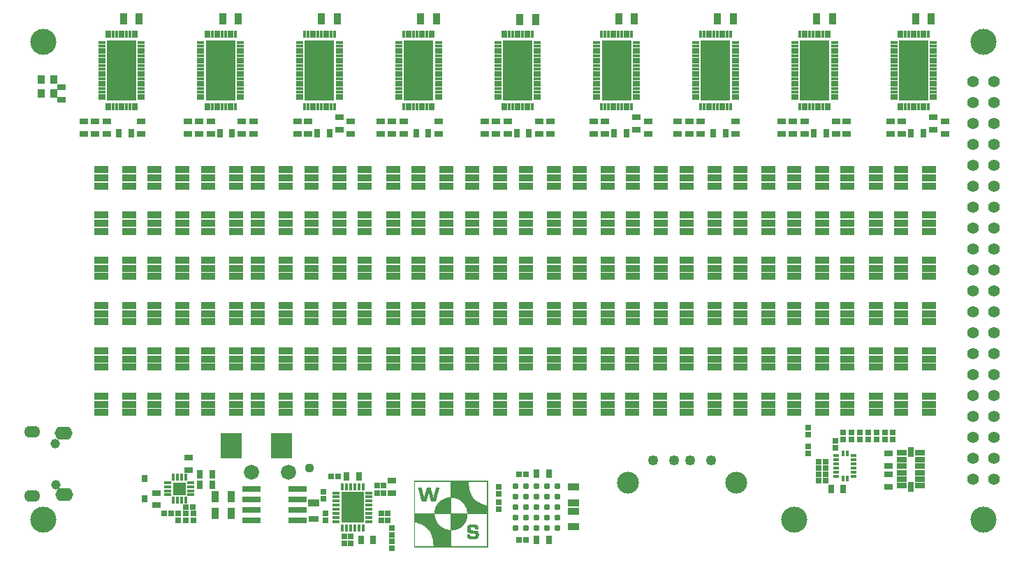
<source format=gbr>
%FSTAX24Y24*%
%MOIN*%
%IN MASK1.GBR *%
%ADD10C,0.0010*%
%ADD11C,0.0308*%
%ADD12C,0.0440*%
%ADD13C,0.0454*%
%ADD14C,0.0493*%
%ADD15C,0.0560*%
%ADD16C,0.0720*%
%ADD17C,0.1044*%
%ADD18C,0.1241*%
%ADD19O,0.0769X0.0552*%
%ADD20O,0.0847X0.0631*%
%ADD21R,0.0139X0.0336*%
%ADD22R,0.0158X0.0336*%
%ADD23R,0.0178X0.0296*%
%ADD24R,0.0277X0.0296*%
%ADD25R,0.0277X0.0513*%
%ADD26R,0.0296X0.0178*%
%ADD27R,0.0296X0.0277*%
%ADD28R,0.0296X0.0375*%
%ADD29R,0.0296X0.0414*%
%ADD30R,0.0336X0.0139*%
%ADD31R,0.0336X0.0158*%
%ADD32R,0.0336X0.0572*%
%ADD33R,0.0375X0.0414*%
%ADD34R,0.0414X0.0296*%
%ADD35R,0.0512X0.0276*%
%ADD36R,0.0513X0.0277*%
%ADD37R,0.0572X0.0336*%
%ADD38R,0.0631X0.0631*%
%ADD39R,0.0690X0.0336*%
%ADD40R,0.0860X0.0310*%
%ADD41R,0.1005X0.1202*%
%ADD42R,0.1103X0.1497*%
%ADD43R,0.1418X0.2867*%
D39*X006693Y010039D03*Y009646D03*Y009252D03*X008031D03*Y009646D03*
Y010039D03*D29*X010394Y020433D03*X009803D03*X005591D03*X005D03*D39*
X037205Y010039D03*Y009646D03*Y009252D03*X038543D03*Y009646D03*
Y010039D03*D24*X016043Y000846D03*Y001181D03*X017815Y002264D03*
Y001929D03*X008169D03*Y002264D03*D39*X009252Y018701D03*Y018307D03*
Y017913D03*X010591D03*Y018307D03*Y018701D03*D34*X008307Y004921D03*
Y004331D03*D39*X009252Y010039D03*Y009646D03*Y009252D03*X010591D03*
Y009646D03*Y010039D03*X019291Y018701D03*Y018307D03*Y017913D03*
X02063D03*Y018307D03*Y018701D03*X042323Y01437D03*Y013976D03*Y013583D03*
X043661D03*Y013976D03*Y01437D03*X029528Y012205D03*Y011811D03*
Y011417D03*X030866D03*Y011811D03*Y012205D03*X009252D03*Y011811D03*
Y011417D03*X010591D03*Y011811D03*Y012205D03*D34*X039213Y020984D03*
Y020394D03*D39*X014173Y007874D03*Y00748D03*Y007087D03*X015512D03*
Y00748D03*Y007874D03*X019291D03*Y00748D03*Y007087D03*X02063D03*
Y00748D03*Y007874D03*X016732Y010039D03*Y009646D03*Y009252D03*
X018071D03*Y009646D03*Y010039D03*X029488Y007874D03*Y00748D03*
Y007087D03*X030827D03*Y00748D03*Y007874D03*X019291Y012205D03*
Y011811D03*Y011417D03*X02063D03*Y011811D03*Y012205D03*D18*
X001378Y024803D03*D24*X014764Y002953D03*Y003287D03*D34*
X003858Y020984D03*Y020394D03*D33*X001299Y022323D03*Y023012D03*
X00187D03*Y022323D03*D39*X02185Y010039D03*Y009646D03*Y009252D03*
X023189D03*Y009646D03*Y010039D03*D30*X020236Y022087D03*Y023504D03*
Y023661D03*Y023819D03*Y023976D03*Y024134D03*Y024291D03*Y024449D03*
Y024606D03*Y024764D03*D21*X02Y025157D03*D30*X020236Y022244D03*D21*
X019843Y025157D03*X019685D03*X019528D03*X01937D03*X019213D03*
X019055D03*X018898D03*X01874D03*X018583D03*D30*X018346Y024764D03*
X020236Y022402D03*X018346Y024606D03*Y024449D03*Y024291D03*Y024134D03*
Y023976D03*Y023819D03*Y023661D03*Y023504D03*Y023346D03*Y023189D03*
X020236Y022559D03*X018346Y023031D03*Y022874D03*Y022717D03*Y022559D03*
Y022402D03*Y022244D03*Y022087D03*D21*X018583Y021693D03*X01874D03*
X018898D03*D30*X020236Y022717D03*D21*X019055Y021693D03*X019213D03*
X01937D03*X019528D03*X019685D03*X019843D03*X02D03*D30*
X020236Y022874D03*Y023031D03*Y023189D03*Y023346D03*D43*
X019291Y023425D03*D24*X014862Y002264D03*Y001929D03*D39*
X039764Y01437D03*Y013976D03*Y013583D03*X041102D03*Y013976D03*Y01437D03*
X019291Y016535D03*Y016142D03*Y015748D03*X02063D03*Y016142D03*
Y016535D03*X024409Y012205D03*Y011811D03*Y011417D03*X025748D03*
Y011811D03*Y012205D03*X011614Y01437D03*Y013976D03*Y013583D03*
X012953D03*Y013976D03*Y01437D03*X006693D03*Y013976D03*Y013583D03*
X008031D03*Y013976D03*Y01437D03*D13*X001969Y003642D03*X001949Y00561D03*
D20*X002382Y00315D03*X002362Y006102D03*D19*X000866Y003091D03*
Y006161D03*D39*X006693Y016535D03*Y016142D03*Y015748D03*X008031D03*
Y016142D03*Y016535D03*D29*X033937Y020433D03*X033346D03*D34*
X006791Y003248D03*Y002657D03*D39*X032087Y01437D03*Y013976D03*
Y013583D03*X033425D03*Y013976D03*Y01437D03*D32*X014665Y025886D03*
X015413D03*D29*X024917Y00415D03*X025508D03*D24*X018012Y000591D03*
Y000925D03*Y00124D03*Y001575D03*D35*X014272Y002008D03*D37*Y002756D03*
D39*X02185Y018701D03*Y018307D03*Y017913D03*X023189D03*Y018307D03*
Y018701D03*D27*X024409Y000984D03*X024075D03*D31*X016929Y00187D03*D22*
X016437Y003543D03*X01624D03*X016043D03*X015846D03*X01565D03*D31*
X015354Y003248D03*Y003051D03*Y002854D03*Y002657D03*Y002461D03*
X016929Y002067D03*X015354Y002264D03*Y002067D03*Y00187D03*D22*
X01565Y001575D03*X015846D03*X016043D03*X01624D03*X016437D03*X016634D03*
D42*X016142Y002559D03*D31*X016929Y002264D03*Y002461D03*Y002657D03*
Y002854D03*Y003051D03*Y003248D03*D22*X016634Y003543D03*D30*
X015512Y022087D03*Y023504D03*Y023661D03*Y023819D03*Y023976D03*
Y024134D03*Y024291D03*Y024449D03*Y024606D03*Y024764D03*D21*
X015276Y025157D03*D30*X015512Y022244D03*D21*X015118Y025157D03*
X014961D03*X014803D03*X014646D03*X014488D03*X014331D03*X014173D03*
X014016D03*X013858D03*D30*X013622Y024764D03*X015512Y022402D03*
X013622Y024606D03*Y024449D03*Y024291D03*Y024134D03*Y023976D03*
Y023819D03*Y023661D03*Y023504D03*Y023346D03*Y023189D03*
X015512Y022559D03*X013622Y023031D03*Y022874D03*Y022717D03*Y022559D03*
Y022402D03*Y022244D03*Y022087D03*D21*X013858Y021693D03*X014016D03*
X014173D03*D30*X015512Y022717D03*D21*X014331Y021693D03*X014488D03*
X014646D03*X014803D03*X014961D03*X015118D03*X015276D03*D30*
X015512Y022874D03*Y023031D03*Y023189D03*Y023346D03*D43*
X014567Y023425D03*D24*X037894Y005118D03*Y005453D03*D39*
X034646Y010039D03*Y009646D03*Y009252D03*X035984D03*Y009646D03*
Y010039D03*X014173Y012205D03*Y011811D03*Y011417D03*X015512D03*
Y011811D03*Y012205D03*D24*X007815Y002264D03*Y001929D03*D34*
X037165Y020984D03*Y020394D03*D39*X034646Y016535D03*Y016142D03*
Y015748D03*X035984D03*Y016142D03*Y016535D03*X011614Y007874D03*
Y00748D03*Y007087D03*X012953D03*Y00748D03*Y007874D03*D24*
X040748Y005807D03*Y006142D03*X039961Y005807D03*Y006142D03*D30*
X010787Y022087D03*Y023504D03*Y023661D03*Y023819D03*Y023976D03*
Y024134D03*Y024291D03*Y024449D03*Y024606D03*Y024764D03*D21*
X010551Y025157D03*D30*X010787Y022244D03*D21*X010394Y025157D03*
X010236D03*X010079D03*X009921D03*X009764D03*X009606D03*X009449D03*
X009291D03*X009134D03*D30*X008898Y024764D03*X010787Y022402D03*
X008898Y024606D03*Y024449D03*Y024291D03*Y024134D03*Y023976D03*
Y023819D03*Y023661D03*Y023504D03*Y023346D03*Y023189D03*
X010787Y022559D03*X008898Y023031D03*Y022874D03*Y022717D03*Y022559D03*
Y022402D03*Y022244D03*Y022087D03*D21*X009134Y021693D03*X009291D03*
X009449D03*D30*X010787Y022717D03*D21*X009606Y021693D03*X009764D03*
X009921D03*X010079D03*X010236D03*X010394D03*X010551D03*D30*
X010787Y022874D03*Y023031D03*Y023189D03*Y023346D03*D43*
X009843Y023425D03*D39*X02185Y016535D03*Y016142D03*Y015748D03*
X023189D03*Y016142D03*Y016535D03*X02185Y01437D03*Y013976D03*Y013583D03*
X023189D03*Y013976D03*Y01437D03*D40*X013503Y001921D03*Y002421D03*
Y002921D03*Y003421D03*X011303D03*Y002921D03*Y002421D03*Y001921D03*D39*
X026969Y007874D03*Y00748D03*Y007087D03*X028307D03*Y00748D03*Y007874D03*
D15*X04576Y003886D03*X04676Y007886D03*X04576Y008886D03*X04676D03*
X04576Y009886D03*X04676D03*X04576Y010886D03*X04676D03*X04576Y011886D03*
X04676D03*X04576Y012886D03*X04676Y003886D03*Y012886D03*
X04576Y013886D03*X04676D03*X04576Y014886D03*X04676D03*X04576Y015886D03*
X04676D03*X04576Y016886D03*X04676D03*X04576Y017886D03*X04576Y004886D03*
X04676Y017886D03*X04576Y018886D03*X04676D03*X04576Y019886D03*X04676D03*
X04576Y020886D03*X04676D03*X04576Y021886D03*X04676D03*X04576Y022886D03*
X04676Y004886D03*Y022886D03*X04576Y005886D03*X04676D03*
X04576Y006886D03*X04676D03*X04576Y007886D03*D18*X04626Y001969D03*
X037205D03*X04626Y024803D03*D34*X018583Y020394D03*Y020984D03*D39*
X039764Y010039D03*Y009646D03*Y009252D03*X041102D03*Y009646D03*
Y010039D03*D29*X024917Y001D03*X025508D03*D34*X025039Y020984D03*
Y020394D03*D39*X024409Y01437D03*Y013976D03*Y013583D03*X025748D03*
Y013976D03*Y01437D03*D34*X006063Y020984D03*Y020394D03*X037717D03*
Y020984D03*X034409D03*Y020394D03*X003307Y020984D03*Y020394D03*D24*
X01752Y002264D03*Y001929D03*D39*X042323Y018701D03*Y018307D03*
Y017913D03*X043661D03*Y018307D03*Y018701D03*D29*X03874Y020433D03*
X03815D03*D39*X032087Y012205D03*Y011811D03*Y011417D03*X033425D03*
Y011811D03*Y012205D03*X016732Y016535D03*Y016142D03*Y015748D03*
X018071D03*Y016142D03*Y016535D03*D34*X031654Y020984D03*Y020394D03*D39*
X034646Y012205D03*Y011811D03*Y011417D03*X035984D03*Y011811D03*
Y012205D03*X029528Y016535D03*Y016142D03*Y015748D03*X030866D03*
Y016142D03*Y016535D03*X016732Y007874D03*Y00748D03*Y007087D03*
X018071D03*Y00748D03*Y007874D03*X004134Y016535D03*Y016142D03*
Y015748D03*X005472D03*Y016142D03*Y016535D03*D30*X006063Y022087D03*
Y023504D03*Y023661D03*Y023819D03*Y023976D03*Y024134D03*Y024291D03*
Y024449D03*Y024606D03*Y024764D03*D21*X005827Y025157D03*D30*
X006063Y022244D03*D21*X005669Y025157D03*X005512D03*X005354D03*
X005197D03*X005039D03*X004882D03*X004724D03*X004567D03*X004409D03*D30*
X004173Y024764D03*X006063Y022402D03*X004173Y024606D03*Y024449D03*
Y024291D03*Y024134D03*Y023976D03*Y023819D03*Y023661D03*Y023504D03*
Y023346D03*Y023189D03*X006063Y022559D03*X004173Y023031D03*Y022874D03*
Y022717D03*Y022559D03*Y022402D03*Y022244D03*Y022087D03*D21*
X004409Y021693D03*X004567D03*X004724D03*D30*X006063Y022717D03*D21*
X004882Y021693D03*X005039D03*X005197D03*X005354D03*X005512D03*
X005669D03*X005827D03*D30*X006063Y022874D03*Y023031D03*Y023189D03*
Y023346D03*D43*X005118Y023425D03*D18*X001378Y001969D03*D34*
X041732Y003543D03*Y004134D03*Y005118D03*Y004528D03*D39*
X034646Y01437D03*Y013976D03*Y013583D03*X035984D03*Y013976D03*Y01437D03*
X019291Y010039D03*Y009646D03*Y009252D03*X02063D03*Y009646D03*
Y010039D03*X042323Y012205D03*Y011811D03*Y011417D03*X043661D03*
Y011811D03*Y012205D03*D34*X010866Y020984D03*Y020394D03*D39*
X039764Y018701D03*Y018307D03*Y017913D03*X041102D03*Y018307D03*
Y018701D03*X026969Y012205D03*Y011811D03*Y011417D03*X028307D03*
Y011811D03*Y012205D03*X032087Y016535D03*Y016142D03*Y015748D03*
X033425D03*Y016142D03*Y016535D03*D27*X008169Y002559D03*X008504D03*D29*
X029213Y020433D03*X028622D03*D30*X029685Y022087D03*Y023504D03*
Y023661D03*Y023819D03*Y023976D03*Y024134D03*Y024291D03*Y024449D03*
Y024606D03*Y024764D03*D21*X029449Y025157D03*D30*X029685Y022244D03*D21*
X029291Y025157D03*X029134D03*X028976D03*X028819D03*X028661D03*
X028504D03*X028346D03*X028189D03*X028031D03*D30*X027795Y024764D03*
X029685Y022402D03*X027795Y024606D03*Y024449D03*Y024291D03*Y024134D03*
Y023976D03*Y023819D03*Y023661D03*Y023504D03*Y023346D03*Y023189D03*
X029685Y022559D03*X027795Y023031D03*Y022874D03*Y022717D03*Y022559D03*
Y022402D03*Y022244D03*Y022087D03*D21*X028031Y021693D03*X028189D03*
X028346D03*D30*X029685Y022717D03*D21*X028504Y021693D03*X028661D03*
X028819D03*X028976D03*X029134D03*X029291D03*X029449D03*D30*
X029685Y022874D03*Y023031D03*Y023189D03*Y023346D03*D43*
X02874Y023425D03*D34*X044409Y020984D03*Y020394D03*D16*
X013091Y004232D03*D39*X029488Y010039D03*Y009646D03*Y009252D03*
X030827D03*Y009646D03*Y010039D03*D34*X008819Y020984D03*Y020394D03*D37*
X026689Y00352D03*Y002772D03*D30*X024961Y022087D03*Y023504D03*
Y023661D03*Y023819D03*Y023976D03*Y024134D03*Y024291D03*Y024449D03*
Y024606D03*Y024764D03*D21*X024724Y025157D03*D30*X024961Y022244D03*D21*
X024567Y025157D03*X024409D03*X024252D03*X024094D03*X023937D03*
X02378D03*X023622D03*X023465D03*X023307D03*D30*X023071Y024764D03*
X024961Y022402D03*X023071Y024606D03*Y024449D03*Y024291D03*Y024134D03*
Y023976D03*Y023819D03*Y023661D03*Y023504D03*Y023346D03*Y023189D03*
X024961Y022559D03*X023071Y023031D03*Y022874D03*Y022717D03*Y022559D03*
Y022402D03*Y022244D03*Y022087D03*D21*X023307Y021693D03*X023465D03*
X023622D03*D30*X024961Y022717D03*D21*X02378Y021693D03*X023937D03*
X024094D03*X024252D03*X024409D03*X024567D03*X024724D03*D30*
X024961Y022874D03*Y023031D03*Y023189D03*Y023346D03*D43*
X024016Y023425D03*D39*X042323Y010039D03*Y009646D03*Y009252D03*
X043661D03*Y009646D03*Y010039D03*D34*X022441Y020984D03*Y020394D03*D32*
X010335Y002264D03*X009587D03*D39*X029528Y018701D03*Y018307D03*
Y017913D03*X030866D03*Y018307D03*Y018701D03*X042323Y016535D03*
Y016142D03*Y015748D03*X043661D03*Y016142D03*Y016535D03*
X011614Y012205D03*Y011811D03*Y011417D03*X012953D03*Y011811D03*
Y012205D03*D30*X039134Y022087D03*Y023504D03*Y023661D03*Y023819D03*
Y023976D03*Y024134D03*Y024291D03*Y024449D03*Y024606D03*Y024764D03*D21*
X038898Y025157D03*D30*X039134Y022244D03*D21*X03874Y025157D03*
X038583D03*X038425D03*X038268D03*X03811D03*X037953D03*X037795D03*
X037638D03*X03748D03*D30*X037244Y024764D03*X039134Y022402D03*
X037244Y024606D03*Y024449D03*Y024291D03*Y024134D03*Y023976D03*
Y023819D03*Y023661D03*Y023504D03*Y023346D03*Y023189D03*
X039134Y022559D03*X037244Y023031D03*Y022874D03*Y022717D03*Y022559D03*
Y022402D03*Y022244D03*Y022087D03*D21*X03748Y021693D03*X037638D03*
X037795D03*D30*X039134Y022717D03*D21*X037953Y021693D03*X03811D03*
X038268D03*X038425D03*X038583D03*X03874D03*X038898D03*D30*
X039134Y022874D03*Y023031D03*Y023189D03*Y023346D03*D43*
X038189Y023425D03*D34*X01748Y020984D03*Y020394D03*X020236Y020984D03*
Y020394D03*D32*X028839Y025886D03*X029587D03*D24*X017618Y003248D03*
Y003583D03*X008563Y001929D03*Y002264D03*D39*X004134Y010039D03*
Y009646D03*Y009252D03*X005472D03*Y009646D03*Y010039D03*D24*
X015748Y001181D03*Y000846D03*D39*X006693Y012205D03*Y011811D03*
Y011417D03*X008031D03*Y011811D03*Y012205D03*X014173Y018701D03*
Y018307D03*Y017913D03*X015512D03*Y018307D03*Y018701D03*
X029528Y01437D03*Y013976D03*Y013583D03*X030866D03*Y013976D03*Y01437D03*
X004134Y012205D03*Y011811D03*Y011417D03*X005472D03*Y011811D03*
Y012205D03*X037205Y01437D03*Y013976D03*Y013583D03*X038543D03*
Y013976D03*Y01437D03*D29*X039567Y003445D03*X038976D03*D39*
X039764Y007874D03*Y00748D03*Y007087D03*X041102D03*Y00748D03*Y007874D03*
D32*X005217Y025886D03*X005965D03*D29*X015846Y004035D03*X016437D03*D39*
X004134Y007874D03*Y00748D03*Y007087D03*X005472D03*Y00748D03*Y007874D03*
D27*X007146Y002264D03*X00748D03*D37*X026689Y00163D03*Y002378D03*D24*
X037894Y006378D03*Y006043D03*D23*X039744Y003917D03*D26*
X039232Y00502D03*Y004823D03*Y004626D03*Y004429D03*Y004232D03*
Y004035D03*D23*X039547Y003917D03*D26*X040059Y004035D03*Y004232D03*
Y004429D03*Y004626D03*Y004823D03*Y00502D03*D23*X039744Y005138D03*
X039547D03*D34*X041811Y020984D03*Y020394D03*D32*X038287Y025886D03*
X039035D03*D34*X042362Y020394D03*Y020984D03*D39*X026969Y010039D03*
Y009646D03*Y009252D03*X028307D03*Y009646D03*Y010039D03*
X026969Y016535D03*Y016142D03*Y015748D03*X028307D03*Y016142D03*
Y016535D03*D29*X043386Y020433D03*X042795D03*D34*X029679Y02119D03*
Y0206D03*X030236Y020984D03*Y020394D03*D24*X02313Y003543D03*Y003209D03*
X017323Y003248D03*Y003583D03*D39*X037205Y012205D03*Y011811D03*
Y011417D03*X038543D03*Y011811D03*Y012205D03*D29*X016535Y000984D03*
X017126D03*D39*X032087Y007874D03*Y00748D03*Y007087D03*X033425D03*
Y00748D03*Y007874D03*X037205Y018701D03*Y018307D03*Y017913D03*
X038543D03*Y018307D03*Y018701D03*D32*X009941Y025886D03*X010689D03*D29*
X019764Y020433D03*X019173D03*X015039D03*X014449D03*D24*
X02313Y002815D03*Y00248D03*D34*X027638Y020984D03*Y020394D03*D39*
X009252Y01437D03*Y013976D03*Y013583D03*X010591D03*Y013976D03*Y01437D03*
X034646Y018701D03*Y018307D03*Y017913D03*X035984D03*Y018307D03*
Y018701D03*D34*X028189Y020394D03*Y020984D03*D39*X016732Y018701D03*
Y018307D03*Y017913D03*X018071D03*Y018307D03*Y018701D03*
X024409Y007874D03*Y00748D03*Y007087D03*X025748D03*Y00748D03*Y007874D03*
X006693D03*Y00748D03*Y007087D03*X008031D03*Y00748D03*Y007874D03*
X032087Y018701D03*Y018307D03*Y017913D03*X033425D03*Y018307D03*
Y018701D03*D34*X015506Y02119D03*Y0206D03*D39*X032087Y010039D03*
Y009646D03*Y009252D03*X033425D03*Y009646D03*Y010039D03*D28*
X006201Y003937D03*Y002953D03*D34*X032756Y020394D03*Y020984D03*D24*
X041929Y005807D03*Y006142D03*X041142Y005807D03*Y006142D03*
X041535Y005807D03*Y006142D03*D39*X039764Y016535D03*Y016142D03*
Y015748D03*X041102D03*Y016142D03*Y016535D03*X009252D03*Y016142D03*
Y015748D03*X010591D03*Y016142D03*Y016535D03*D34*X032205Y020984D03*
Y020394D03*D39*X042323Y007874D03*Y00748D03*Y007087D03*X043661D03*
Y00748D03*Y007874D03*D29*X008858Y004134D03*X009449D03*D39*
X02185Y012205D03*Y011811D03*Y011417D03*X023189D03*Y011811D03*
Y012205D03*D34*X023543Y020394D03*Y020984D03*D39*X039764Y012205D03*
Y011811D03*Y011417D03*X041102D03*Y011811D03*Y012205D03*
X004134Y01437D03*Y013976D03*Y013583D03*X005472D03*Y013976D03*Y01437D03*
X02185Y007874D03*Y00748D03*Y007087D03*X023189D03*Y00748D03*Y007874D03*
D34*X036614Y020984D03*Y020394D03*D39*X024409Y018701D03*Y018307D03*
Y017913D03*X025748D03*Y018307D03*Y018701D03*X016732Y012205D03*
Y011811D03*Y011417D03*X018071D03*Y011811D03*Y012205D03*
X034646Y007874D03*Y00748D03*Y007087D03*X035984D03*Y00748D03*Y007874D03*
D22*X007579Y002894D03*X007972Y003996D03*X007776D03*X007579D03*D31*
X007323Y00374D03*Y003543D03*Y003346D03*Y00315D03*D38*X007874Y003445D03*
D22*X007776Y002894D03*X007972D03*X008169D03*D31*X008425Y00315D03*
Y003346D03*Y003543D03*Y00374D03*D22*X008169Y003996D03*D39*
X019291Y01437D03*Y013976D03*Y013583D03*X02063D03*Y013976D03*Y01437D03*
D32*X043012Y025886D03*X04376D03*D34*X00937Y020394D03*Y020984D03*D32*
X01939Y025886D03*X020138D03*D14*X03324Y004807D03*X032256D03*X031469D03*
X030484D03*D17*X034449Y00374D03*X029276D03*D39*X014173Y010039D03*
Y009646D03*Y009252D03*X015512D03*Y009646D03*Y010039D03*
X014173Y016535D03*Y016142D03*Y015748D03*X015512D03*Y016142D03*
Y016535D03*D24*X039173Y005413D03*Y005748D03*D39*X026969Y01437D03*
Y013976D03*Y013583D03*X028307D03*Y013976D03*Y01437D03*
X037205Y016535D03*Y016142D03*Y015748D03*X038543D03*Y016142D03*
Y016535D03*D34*X039724Y020984D03*Y020394D03*X025591Y020984D03*
Y020394D03*D39*X004134Y018701D03*Y018307D03*Y017913D03*X005472D03*
Y018307D03*Y018701D03*D34*X016063Y020984D03*Y020394D03*D32*
X033563Y025886D03*X034311D03*D39*X006693Y018701D03*Y018307D03*
Y017913D03*X008031D03*Y018307D03*Y018701D03*X014173Y01437D03*
Y013976D03*Y013583D03*X015512D03*Y013976D03*Y01437D03*
X011614Y016535D03*Y016142D03*Y015748D03*X012953D03*Y016142D03*
Y016535D03*D34*X002264Y022047D03*Y022638D03*D27*X024409Y004134D03*
X024075D03*D12*X014075Y004429D03*D27*X015453Y004035D03*X015118D03*D32*
X024128Y025856D03*X024876D03*D34*X018012Y003248D03*Y003839D03*
X013524Y020984D03*Y020394D03*X008268Y020984D03*Y020394D03*D30*
X034409Y022087D03*Y023504D03*Y023661D03*Y023819D03*Y023976D03*
Y024134D03*Y024291D03*Y024449D03*Y024606D03*Y024764D03*D21*
X034173Y025157D03*D30*X034409Y022244D03*D21*X034016Y025157D03*
X033858D03*X033701D03*X033543D03*X033386D03*X033228D03*X033071D03*
X032913D03*X032756D03*D30*X03252Y024764D03*X034409Y022402D03*
X03252Y024606D03*Y024449D03*Y024291D03*Y024134D03*Y023976D03*
Y023819D03*Y023661D03*Y023504D03*Y023346D03*Y023189D03*
X034409Y022559D03*X03252Y023031D03*Y022874D03*Y022717D03*Y022559D03*
Y022402D03*Y022244D03*Y022087D03*D21*X032756Y021693D03*X032913D03*
X033071D03*D30*X034409Y022717D03*D21*X033228Y021693D03*X033386D03*
X033543D03*X033701D03*X033858D03*X034016D03*X034173D03*D30*
X034409Y022874D03*Y023031D03*Y023189D03*Y023346D03*D43*
X033465Y023425D03*D39*X016732Y01437D03*Y013976D03*Y013583D03*
X018071D03*Y013976D03*Y01437D03*D29*X024567Y020433D03*X023976D03*D27*
X03872Y004134D03*X038386D03*D16*X011319Y004232D03*D41*
X012736Y005512D03*X010335D03*D34*X022992Y020984D03*Y020394D03*D39*
X026969Y018701D03*Y018307D03*Y017913D03*X028307D03*Y018307D03*
Y018701D03*X011614D03*Y018307D03*Y017913D03*X012953D03*Y018307D03*
Y018701D03*X037205Y007874D03*Y00748D03*Y007087D03*X038543D03*Y00748D03*
Y007874D03*D34*X011417Y020984D03*Y020394D03*D27*X03872Y004724D03*
X038386D03*D39*X011614Y010039D03*Y009646D03*Y009252D03*X012953D03*
Y009646D03*Y010039D03*D11*X025917Y001575D03*X025417D03*X024917D03*
X024417D03*X023917D03*X025917Y002075D03*X025417D03*X024917D03*
X024417D03*X023917D03*X025917Y002575D03*X025417D03*X024917D03*
X024417D03*X023917D03*X025917Y003075D03*X025417D03*X024917D03*
X024417D03*X023917D03*X025917Y003575D03*X025417D03*X024917D03*
X024417D03*X023917D03*D27*X03872Y003839D03*X038386D03*D34*
X014016Y020394D03*Y020984D03*X018032D03*Y020394D03*X043852Y02119D03*
Y0206D03*D36*X042343Y005157D03*X043209Y004213D03*Y004528D03*Y004843D03*
Y005157D03*D25*X042776Y005197D03*D36*X042343Y004843D03*Y004528D03*
Y004213D03*Y003898D03*Y003583D03*D25*X042776Y003543D03*D36*
X043209Y003583D03*Y003898D03*D34*X004409Y020394D03*Y020984D03*D29*
X008858Y003642D03*X009449D03*D32*X010335Y003051D03*X009587D03*D39*
X009252Y007874D03*Y00748D03*Y007087D03*X010591D03*Y00748D03*Y007874D03*
X024409Y016535D03*Y016142D03*Y015748D03*X025748D03*Y016142D03*
Y016535D03*D27*X03872Y004429D03*X038386D03*D39*X024409Y010039D03*
Y009646D03*Y009252D03*X025748D03*Y009646D03*Y010039D03*D30*
X043858Y022087D03*Y023504D03*Y023661D03*Y023819D03*Y023976D03*
Y024134D03*Y024291D03*Y024449D03*Y024606D03*Y024764D03*D21*
X043622Y025157D03*D30*X043858Y022244D03*D21*X043465Y025157D03*
X043307D03*X04315D03*X042992D03*X042835D03*X042677D03*X04252D03*
X042362D03*X042205D03*D30*X041969Y024764D03*X043858Y022402D03*
X041969Y024606D03*Y024449D03*Y024291D03*Y024134D03*Y023976D03*
Y023819D03*Y023661D03*Y023504D03*Y023346D03*Y023189D03*
X043858Y022559D03*X041969Y023031D03*Y022874D03*Y022717D03*Y022559D03*
Y022402D03*Y022244D03*Y022087D03*D21*X042205Y021693D03*X042362D03*
X04252D03*D30*X043858Y022717D03*D21*X042677Y021693D03*X042835D03*
X042992D03*X04315D03*X043307D03*X043465D03*X043622D03*D30*
X043858Y022874D03*Y023031D03*Y023189D03*Y023346D03*D43*
X042913Y023425D03*D24*X039567Y005807D03*Y006142D03*X040354Y005807D03*
Y006142D03*D10*X021764Y001168D02*G01X021734Y001198D01*
X022094Y001668D02*X022064Y001698D01*X021724Y001258D02*
X021714Y001268D01*X021734Y001208D02*X021724Y001218D01*
X021744Y001488D02*X021734Y001498D01*X021754Y001468D02*
X021744Y001478D01*X021774Y001458D02*X021764Y001468D01*
X021804Y001158D02*X021794Y001168D01*X021844Y001448D02*
X021834Y001458D01*X021964Y001718D02*X021954Y001728D01*
X021974Y001438D02*X021964Y001448D01*X022024Y001708D02*
X022014Y001718D01*X022034Y001428D02*X022024Y001438D01*
X022054Y001698D02*X022044Y001708D01*X022064Y001418D02*
X022054Y001428D01*X022084Y001408D02*X022074Y001418D01*
X022104Y001648D02*X022094Y001658D01*X022104Y001398D02*
X022094Y001408D01*X022114Y001618D02*X022104Y001628D01*
X022114Y001378D02*X022104Y001388D01*X022124Y001358D02*
X022114Y001368D01*X022134Y001308D02*X022124Y001318D01*
X021614Y001608D02*X021604Y001598D01*X021614Y001268D02*
X021604Y001258D01*X021624Y001648D02*X021614Y001638D01*
X021664Y001698D02*X021624Y001658D01*X021684Y001708D02*
X021674Y001698D01*X021714Y001718D02*X021704Y001708D01*
X021744Y001588D02*X021734Y001578D01*X021754Y001608D02*
X021744Y001598D01*X021774Y001728D02*X021764Y001718D01*
X021774Y001618D02*X021764Y001608D01*X021814Y001628D02*
X021804Y001618D01*X021944Y001168D02*X021934Y001158D01*
X021964Y001068D02*X021954Y001058D01*X021974Y001178D02*
X021964Y001168D01*X021994Y001188D02*X021984Y001178D01*
X022004Y001208D02*X021994Y001198D01*X022034Y001078D02*
X022024Y001068D01*X022064Y001088D02*X022054Y001078D01*
X022104Y001118D02*X022074Y001088D01*X022114Y001538D02*
X022104Y001528D01*X022114Y001138D02*X022104Y001128D01*
X022124Y001158D02*X022114Y001148D01*X022134Y001218D02*
X022124Y001208D01*X021614Y001158D02*X022124D01*X021614Y001148D02*
X022114D01*X021624Y001138D02*X022114D01*X021614Y001628D02*X022104D01*
X021614Y001638D02*X022104D01*X021624Y001128D02*X022104D01*
X021624Y001648D02*X022104D01*X021634Y001118D02*X022104D01*
X021624Y001408D02*X022094D01*X021634Y001398D02*X022104D01*
X021624Y001658D02*X022094D01*X021634Y001668D02*X022094D01*
X021644Y001388D02*X022104D01*X021654Y001378D02*X022114D01*
X021634Y001108D02*X022094D01*X021624Y001418D02*X022074D01*
X021644Y001678D02*X022084D01*X021614Y001428D02*X022054D01*
X021644Y001098D02*X022084D01*X021674Y001368D02*X022114D01*
X021654Y001688D02*X022074D01*X021614Y001438D02*X022024D01*
X021664Y001088D02*X022074D01*X021714Y001358D02*X022124D01*
X021664Y001698D02*X022064D01*X021684Y001078D02*X022054D01*
X022004Y001438D02*Y001068D01*X022024Y001438D02*Y001068D01*
X022014Y001438D02*Y001068D01*X021684Y001708D02*X022044D01*
X021764Y001348D02*X022124D01*X021734Y001718D02*Y001358D01*
X021724Y001718D02*Y001358D01*X021714Y001718D02*Y001358D01*
X021614Y001448D02*X021964D01*X022054Y001428D02*Y001078D01*
X022044Y001428D02*Y001078D01*X022034Y001428D02*Y001078D01*
X021704Y001708D02*Y001368D01*X021684Y001708D02*Y001368D01*
X021694Y001708D02*Y001368D01*X021674Y001698D02*Y001368D01*
X022064Y001418D02*Y001088D01*X022074Y001418D02*Y001088D01*
X021664Y001698D02*Y001378D01*X022084Y001408D02*Y001098D01*
X021654Y001688D02*Y001378D01*X021714Y001068D02*X022024D01*
X021714Y001718D02*X022014D01*X022094Y001408D02*Y001108D01*
X021644Y001678D02*Y001388D01*X022104Y001398D02*Y001118D01*
X021634Y001668D02*Y001398D01*X021624Y001658D02*Y001408D01*
X022114Y001378D02*Y001138D01*X021894Y001338D02*X022124D01*
X021614Y001458D02*X021834D01*X021614Y001638D02*Y001428D01*
X022124Y001358D02*Y001158D01*X021714Y001268D02*Y001068D01*
X021724Y001268D02*Y001068D01*X021684Y001268D02*Y001078D01*
X021694Y001268D02*Y001078D01*X021704Y001268D02*Y001078D01*
X021994Y001718D02*Y001528D01*X022004Y001718D02*Y001528D01*
X022014Y001718D02*Y001528D01*X021614Y001618D02*X021804D01*
X021614Y001168D02*X021794D01*X021944D02*X022124D01*X022044Y001708D02*
Y001528D01*X022034Y001708D02*Y001528D01*X022024Y001708D02*Y001528D01*
X021774Y001058D02*X021954D01*X021674Y001268D02*Y001088D01*
X021664Y001268D02*Y001088D01*X021934Y001618D02*X022114D01*
X021774Y001728D02*X021954D01*X021654Y001268D02*Y001098D01*
X021644Y001268D02*Y001098D01*X022064Y001698D02*Y001528D01*
X022054Y001698D02*Y001528D01*X021604Y001468D02*X021764D01*
X021634Y001268D02*Y001108D01*X022074Y001688D02*Y001528D01*
X021974Y001328D02*X022124D01*X021984Y001718D02*Y001568D01*
X021614Y001608D02*X021764D01*X021964D02*X022114D01*X022084Y001678D02*
Y001528D01*X021974Y001178D02*X022124D01*X021604D02*X021754D01*
X021734Y001208D02*Y001068D01*X021604Y001488D02*X021744D01*
X021604Y001478D02*X021744D01*X021994Y001308D02*X022134D01*
X021604Y001188D02*X021744D01*X022094Y001668D02*Y001528D01*
X021604Y001598D02*X021744D01*X021974D02*X022114D01*X021624Y001268D02*
Y001128D01*X021604Y001588D02*X021744D01*X021604Y001548D02*X021734D01*
X021604Y001538D02*X021734D01*X021604Y001558D02*X021734D01*
X021994Y001198D02*Y001068D01*Y001438D02*Y001308D01*X021984Y001568D02*
X022114D01*X021604D02*X021734D01*X021604Y001528D02*X021734D01*
X021984Y001578D02*X022114D01*X021984Y001588D02*X022114D01*
X021604Y001578D02*X021734D01*X021604Y001198D02*X021734D01*
X021604Y001208D02*X021734D01*X022004Y001218D02*X022134D01*
X022004Y001228D02*X022134D01*X022004Y001238D02*X022134D01*
X021604Y001598D02*Y001468D01*X022004Y001248D02*X022134D01*
X022004Y001258D02*X022134D01*X022004Y001268D02*X022134D01*
X022004Y001278D02*X022134D01*X022004Y001288D02*X022134D01*
X022004Y001298D02*X022134D01*X021994Y001528D02*X022114D01*
X021994Y001538D02*X022114D01*X021994Y001548D02*X022114D01*
X021994Y001558D02*X022114D01*X021604Y001218D02*X021724D01*
X021604Y001228D02*X021724D01*X021604Y001238D02*X021724D01*
X021614Y001268D02*Y001148D01*X021604Y001248D02*X021724D01*
X021604Y001258D02*X021724D01*X021604Y001268D02*X021724D01*
X019845Y003481D02*X019825Y003501D01*X019405Y003491D02*
X019395Y003501D01*X019415Y003461D02*X019405Y003471D01*
X019425Y003421D02*X019415Y003431D01*X019435Y003391D02*
X019425Y003401D01*X019445Y003351D02*X019435Y003361D01*
X019455Y003311D02*X019445Y003321D01*X019465Y003271D02*
X019455Y003281D01*X019475Y003231D02*X019465Y003241D01*
X019485Y003201D02*X019475Y003211D01*X019495Y003161D02*
X019485Y003171D01*X019505Y003121D02*X019495Y003131D01*
X019515Y003071D02*X019505Y003081D01*X019525Y003021D02*
X019515Y003031D01*X019535Y002981D02*X019525Y002991D01*
X019855Y003451D02*X019845Y003461D01*X019865Y003411D02*
X019855Y003421D01*X019875Y003371D02*X019865Y003381D01*
X019885Y003341D02*X019875Y003351D01*X019895Y003301D02*
X019885Y003311D01*X019905Y003261D02*X019895Y003271D01*
X019915Y003231D02*X019905Y003241D01*X019925Y003191D02*
X019915Y003201D01*X019935Y003161D02*X019925Y003171D01*
X019945Y003121D02*X019935Y003131D01*X019955Y003081D02*
X019945Y003091D01*X019965Y003041D02*X019955Y003051D01*
X019975Y003001D02*X019965Y003011D01*X019985Y002981D02*
X019975Y002991D01*X020245Y003491D02*X020235Y003501D01*X019285D02*
X019275Y003491D01*X019545Y002991D02*X019535Y002981D01*
X019555Y003011D02*X019545Y003001D01*X019565Y003051D02*
X019555Y003041D01*X019575Y003091D02*X019565Y003081D01*
X019585Y003121D02*X019575Y003111D01*X019595Y003161D02*
X019585Y003151D01*X019605Y003201D02*X019595Y003191D01*
X019615Y003231D02*X019605Y003221D01*X019625Y003271D02*
X019615Y003261D01*X019635Y003301D02*X019625Y003291D01*
X019635Y002871D02*X019615Y002851D01*X019645Y003341D02*
X019635Y003331D01*X019645Y002901D02*X019635Y002891D01*
X019655Y003371D02*X019645Y003361D01*X019655Y002941D02*
X019645Y002931D01*X019665Y003411D02*X019655Y003401D01*
X019665Y002971D02*X019655Y002961D01*X019675Y003451D02*
X019665Y003441D01*X019675Y003011D02*X019665Y003001D01*
X019685Y003481D02*X019675Y003471D01*X019685Y003051D02*
X019675Y003041D01*X019695Y003501D02*X019685Y003491D01*
X019695Y003081D02*X019685Y003071D01*X019705Y003121D02*
X019695Y003111D01*X019715Y003151D02*X019705Y003141D01*
X019725Y003191D02*X019715Y003181D01*X019735Y003231D02*
X019725Y003221D01*X019745Y003271D02*X019735Y003261D01*
X019755Y003311D02*X019745Y003301D01*X019995Y002991D02*
X019985Y002981D01*X020005Y003031D02*X019995Y003021D01*
X020015Y003081D02*X020005Y003071D01*X020025Y003121D02*
X020015Y003111D01*X020035Y003161D02*X020025Y003151D01*
X020045Y003201D02*X020035Y003191D01*X020055Y003241D02*
X020045Y003231D01*X020065Y003271D02*X020055Y003261D01*
X020075Y003311D02*X020065Y003301D01*X020085Y003351D02*
X020075Y003341D01*X020085Y002861D02*X020075Y002851D01*
X020095Y003381D02*X020085Y003371D01*X020095Y002901D02*
X020085Y002891D01*X020105Y003421D02*X020095Y003411D01*
X020105Y002931D02*X020095Y002921D01*X020115Y003461D02*
X020105Y003451D01*X020115Y002971D02*X020105Y002961D01*
X020125Y003501D02*X020115Y003491D01*X020125Y003011D02*
X020115Y003001D01*X020135Y003051D02*X020125Y003041D01*
X020145Y003081D02*X020135Y003071D01*X020155Y003121D02*
X020145Y003111D01*X020165Y003161D02*X020155Y003151D01*
X020175Y003201D02*X020165Y003191D01*X020185Y003231D02*
X020175Y003221D01*X020195Y003271D02*X020185Y003261D01*
X020205Y003311D02*X020195Y003301D01*X020215Y003351D02*
X020205Y003341D01*X020225Y003381D02*X020215Y003371D01*
X020235Y003421D02*X020225Y003411D01*X020245Y003461D02*
X020235Y003451D01*X020255Y003501D02*X020245Y003491D01*
X019405Y003501D02*Y002971D01*X019415Y003461D02*Y002931D01*
X019425Y003421D02*Y002891D01*X019435Y003391D02*Y002861D01*
X020115Y003491D02*Y002971D01*X020105Y003451D02*Y002931D01*
X020095Y003411D02*Y002901D01*X020085Y003371D02*Y002861D01*
X019445Y003351D02*Y002851D01*X019395Y003501D02*Y003011D01*
X020075Y003341D02*Y002851D01*X020125Y003501D02*Y003011D01*
X019885Y003341D02*Y002861D01*X019875Y003371D02*Y002891D01*
X019865Y003411D02*Y002931D01*X019845Y003481D02*Y003001D01*
X019855Y003451D02*Y002971D01*X019665Y003441D02*Y002971D01*
X019635Y003331D02*Y002871D01*X019645Y003361D02*Y002901D01*
X019655Y003401D02*Y002941D01*X019675Y003471D02*Y003011D01*
X019455Y003311D02*Y002851D01*X019835Y003501D02*Y003041D01*
X020135Y003501D02*Y003051D01*X020065Y003301D02*Y002851D01*
X019685Y003501D02*Y003051D01*X019385Y003501D02*Y003051D01*
X019895Y003301D02*Y002851D01*X019625Y003291D02*Y002851D01*
X019825Y003501D02*Y003081D01*X020145Y003501D02*Y003081D01*
X019465Y003271D02*Y002851D01*X019695Y003501D02*Y003081D01*
X019375Y003501D02*Y003091D01*X019615Y003261D02*Y002851D01*
X020055Y003261D02*Y002851D01*X019905Y003261D02*Y002851D01*
X019815Y003501D02*Y003111D01*X019915Y003231D02*Y002851D01*
X020045Y003231D02*Y002851D01*X019705Y003501D02*Y003121D01*
X019475Y003231D02*Y002851D01*X020155Y003501D02*Y003121D01*
X019605Y003221D02*Y002851D01*X019365Y003501D02*Y003131D01*
X019715Y003501D02*Y003151D01*X019485Y003201D02*Y002851D01*
X019805Y003501D02*Y003151D01*X020165Y003501D02*Y003161D01*
X019925Y003191D02*Y002851D01*X019595Y003191D02*Y002851D01*
X020035Y003191D02*Y002851D01*X019355Y003501D02*Y003161D01*
X019795Y003501D02*Y003191D01*X019495Y003161D02*Y002851D01*
X019935Y003161D02*Y002851D01*X019725Y003501D02*Y003191D01*
X020025Y003151D02*Y002851D01*X020175Y003501D02*Y003201D01*
X019585Y003151D02*Y002851D01*X019345Y003501D02*Y003201D01*
X019785Y003501D02*Y003231D01*X019505Y003121D02*Y002851D01*
X019945Y003121D02*Y002851D01*X019735Y003501D02*Y003231D01*
X020185Y003501D02*Y003231D01*X019855Y002971D02*X020115D01*X019405D02*
X019665D01*X019855Y002981D02*X020115D01*X019405D02*X019665D01*
X019575Y003111D02*Y002851D01*X019335Y003501D02*Y003241D01*
X020015Y003111D02*Y002851D01*X019635Y003311D02*X019885D01*
X019635Y003321D02*X019885D01*X019635Y003331D02*X019885D01*
X019865Y002931D02*X020105D01*X019415Y002961D02*X019655D01*
X019865Y002941D02*X020105D01*X019415D02*X019655D01*X019865Y002961D02*
X020105D01*X019865Y002951D02*X020105D01*X019415D02*X019655D01*
X019645Y003341D02*X019885D01*X019775Y003501D02*Y003271D01*
X019955Y003081D02*Y002851D01*X019745Y003501D02*Y003271D01*
X019645Y003351D02*X019875D01*X019645Y003361D02*X019875D01*
X019565Y003081D02*Y002851D01*X020195Y003501D02*Y003271D01*
X019415Y002931D02*X019645D01*X019875Y002911D02*X020095D01*X019425D02*
X019645D01*X019515Y003071D02*Y002851D01*X019425Y002901D02*X019645D01*
X020005Y003071D02*Y002851D01*X019875Y002901D02*X020095D01*
X019425Y002921D02*X019645D01*X019655Y003371D02*X019875D01*
X019325Y003501D02*Y003281D01*X019875Y002921D02*X020095D01*
X019655Y003391D02*X019865D01*X019425Y002891D02*X019635D01*
X019655Y003381D02*X019865D01*X019655Y003401D02*X019865D01*
X019875Y002891D02*X020085D01*X019665Y003411D02*X019865D01*
X019435Y002881D02*X019635D01*X019885Y002861D02*X020085D01*
X019885Y002881D02*X020085D01*X019435Y002871D02*X019635D01*X019885D02*
X020085D01*X019755Y003501D02*Y003311D01*X019965Y003041D02*Y002851D01*
X019435Y002861D02*X019625D01*X019665Y003441D02*X019855D01*
X019665Y003431D02*X019855D01*X019765Y003501D02*Y003311D01*
X020205Y003501D02*Y003311D01*X019555Y003041D02*Y002851D01*X019895D02*
X020075D01*X019315Y003501D02*Y003321D01*X019445Y002851D02*X019625D01*
X019525Y003021D02*Y002851D01*X019995Y003021D02*Y002851D01*
X019545Y003001D02*Y002851D01*X020215Y003501D02*Y003351D01*
X019975Y003001D02*Y002851D01*X019305Y003501D02*Y003361D01*
X020095Y003381D02*X020225D01*X019275Y003501D02*X019405D01*X020125D02*
X020255D01*X019275Y003491D02*X019405D01*X020115D02*X020245D01*
X019275Y003481D02*X019405D01*X020115D02*X020245D01*X019275Y003471D02*
X019405D01*X020115D02*X020245D01*X019285Y003461D02*X019415D01*
X020115D02*X020245D01*X019285Y003451D02*X019415D01*X020105D02*
X020235D01*X019285Y003441D02*X019415D01*X020105D02*X020235D01*
X019285Y003431D02*X019415D01*X020105D02*X020235D01*X019295Y003421D02*
X019425D01*X020105D02*X020235D01*X019295Y003411D02*X019425D01*
X020095D02*X020225D01*X019295Y003401D02*X019425D01*X020095D02*
X020225D01*X020095Y003391D02*X020225D01*X020288Y001674D02*
X020248Y001714D01*X021888Y002994D02*X021848Y003034D01*
X021928Y002944D02*X021888Y002984D01*X022018Y002864D02*
X021978Y002904D01*X020188Y001784D02*X020158Y001814D01*
X020238Y001714D02*X020208Y001744D01*X020338Y001624D02*
X020308Y001654D01*X020378Y001594D02*X020348Y001624D01*
X020428Y001564D02*X020398Y001594D01*X021828Y003084D02*
X021798Y003114D01*X022088Y002814D02*X022058Y002844D01*
X022128Y002794D02*X022098Y002824D01*X022198Y002754D02*
X022168Y002784D01*X020098Y001944D02*X020078Y001964D01*
X020138Y001854D02*X020118Y001874D01*X020158Y001824D02*
X020138Y001844D01*X020208Y001754D02*X020188Y001774D01*
X020488Y001534D02*X020468Y001554D01*X020548Y001504D02*
X020528Y001524D01*X021748Y003244D02*X021728Y003264D01*
X021778Y003174D02*X021758Y003194D01*X021788Y003144D02*
X021768Y003164D01*X021848Y003044D02*X021828Y003064D01*
X021958Y002924D02*X021938Y002944D01*X022048Y002844D02*
X022028Y002864D01*X022158Y002774D02*X022138Y002794D01*
X022348Y002694D02*X022328Y002714D01*X019098Y002254D02*
X019088Y002264D01*X019098Y000694D02*X019088Y000704D01*
X020028Y002244D02*X020018Y002254D01*X020028Y002204D02*
X020018Y002214D01*X020038Y002174D02*X020028Y002184D01*
X020038Y002144D02*X020028Y002154D01*X020038Y002124D02*
X020028Y002134D01*X020048Y002074D02*X020038Y002084D01*
X020058Y002044D02*X020048Y002054D01*X020068Y002024D02*
X020058Y002034D01*X020078Y001994D02*X020068Y002004D01*
X020108Y001924D02*X020098Y001934D01*X020118Y001884D02*
X020108Y001894D01*X020298Y001654D02*X020288Y001664D01*
X020448Y001554D02*X020438Y001564D01*X020508Y001524D02*
X020498Y001534D01*X020588Y001494D02*X020578Y001504D01*
X020628Y001484D02*X020618Y001494D01*X020658Y003014D02*
X020648Y003024D01*X020668Y001474D02*X020658Y001484D01*
X020688Y001474D02*X020678Y001484D01*X020708Y003024D02*
X020698Y003034D01*X020728Y001464D02*X020718Y001474D01*
X020758Y001464D02*X020748Y001474D01*X020808Y003024D02*
X020798Y003034D01*X020808Y001454D02*X020798Y001464D01*
X020818Y000694D02*X020808Y000704D01*X021508Y001874D02*
X021498Y001884D01*X021588Y002084D02*X021578Y002094D01*
X021598Y002244D02*X021588Y002254D01*X021598Y002154D02*
X021588Y002164D01*X021598Y002134D02*X021588Y002144D01*
X021638Y003794D02*X021628Y003804D01*X021648Y003714D02*
X021638Y003724D01*X021648Y003674D02*X021638Y003684D01*
X021658Y003624D02*X021648Y003634D01*X021658Y003594D02*
X021648Y003604D01*X021668Y003554D02*X021658Y003564D01*
X021668Y003534D02*X021658Y003544D01*X021668Y003514D02*
X021658Y003524D01*X021678Y003474D02*X021668Y003484D01*
X021688Y003434D02*X021678Y003444D01*X021698Y003394D02*
X021688Y003404D01*X021708Y003354D02*X021698Y003364D01*
X021718Y003314D02*X021708Y003324D01*X021728Y003284D02*
X021718Y003294D01*X021758Y003204D02*X021748Y003214D01*
X021798Y003124D02*X021788Y003134D01*X021968Y002904D02*
X021958Y002914D01*X022218Y002744D02*X022208Y002754D01*
X022248Y002734D02*X022238Y002744D01*X022278Y002724D02*
X022268Y002734D01*X022298Y002714D02*X022288Y002724D01*
X022378Y002684D02*X022368Y002694D01*X022398Y002674D02*
X022388Y002684D01*X022438Y002664D02*X022428Y002674D01*
X022468Y002654D02*X022458Y002664D01*X022508Y002644D02*
X022498Y002654D01*X022578Y003834D02*X022568Y003844D01*X019078D02*
X019068Y003834D01*X019098Y003814D02*X019088Y003804D01*
X019098Y001874D02*X019088Y001864D01*X019168D02*X019158Y001854D01*
X019348Y001804D02*X019338Y001794D01*X019498Y001734D02*
X019488Y001724D01*X019868Y001364D02*X019858Y001354D01*
X019878Y001344D02*X019868Y001334D01*X019938Y001184D02*
X019928Y001174D01*X019948Y001144D02*X019938Y001134D01*
X019958Y001104D02*X019948Y001094D01*X019988Y000944D02*
X019978Y000934D01*X020008Y000704D02*X019998Y000694D01*
X020028Y002234D02*X020018Y002224D01*X020038Y002164D02*
X020028Y002154D01*X020038Y002144D02*X020028Y002134D01*
X020058Y002414D02*X020048Y002404D01*X020058Y002394D02*
X020048Y002384D01*X020058Y002374D02*X020048Y002364D01*
X020068Y002444D02*X020058Y002434D01*X020088Y002504D02*
X020068Y002484D01*X020108Y002564D02*X020088Y002544D01*
X020118Y002584D02*X020108Y002574D01*X020128Y002614D02*
X020118Y002604D01*X020148Y002644D02*X020128Y002624D01*
X020168Y002674D02*X020148Y002654D01*X020178Y002694D02*
X020168Y002684D01*X020188Y002714D02*X020178Y002704D01*
X020198Y002734D02*X020188Y002724D01*X020218Y002744D02*
X020208Y002734D01*X020328Y002864D02*X020218Y002754D01*
X020388Y002914D02*X020338Y002864D01*X020418Y002924D02*
X020408Y002914D01*X020448Y002944D02*X020428Y002924D01*
X020468Y002954D02*X020458Y002944D01*X020498Y002974D02*
X020478Y002954D01*X020538Y002984D02*X020528Y002974D01*
X020558Y002994D02*X020548Y002984D01*X020588Y003004D02*
X020578Y002994D01*X020608Y003014D02*X020598Y003004D01*
X020648Y003024D02*X020638Y003014D01*X020668Y003024D02*
X020658Y003014D01*X020678Y001484D02*X020668Y001474D01*
X020698Y003034D02*X020688Y003024D01*X020728Y003034D02*
X020718Y003024D01*X020748Y001474D02*X020738Y001464D01*
X020808Y003044D02*X020798Y003034D01*X020808Y002274D02*
X020798Y002264D01*X020828Y003054D02*X020808Y003034D01*
X020828Y003054D02*X020818Y003044D01*X020838Y002254D02*
X020828Y002244D01*X020878Y003054D02*X020868Y003044D01*
X020888Y001484D02*X020878Y001474D01*X020938Y001494D02*
X020928Y001484D01*X020968Y003044D02*X020958Y003034D01*
X020968Y001494D02*X020958Y001484D01*X020988Y001504D02*
X020978Y001494D01*X021038Y001514D02*X021028Y001504D01*
X021068Y001524D02*X021058Y001514D01*X021098Y001534D02*
X021088Y001524D01*X021128Y001544D02*X021118Y001534D01*
X021148Y001554D02*X021138Y001544D01*X021168Y001564D02*
X021158Y001554D01*X021188Y001574D02*X021178Y001564D01*
X021198Y002964D02*X021188Y002954D01*X021238Y001604D02*
X021208Y001574D01*X021318Y001664D02*X021258Y001604D01*
X021418Y001754D02*X021328Y001664D01*X021458Y001804D02*
X021418Y001764D01*X021478Y001834D02*X021458Y001814D01*
X021508Y001874D02*X021478Y001844D01*X021518Y002654D02*
X021508Y002644D01*X021518Y001904D02*X021498Y001884D01*
X021538Y001934D02*X021518Y001914D01*X021548Y001964D02*
X021538Y001954D01*X021558Y001994D02*X021548Y001984D01*
X021568Y002024D02*X021558Y002014D01*X021578Y002064D02*
X021568Y002054D01*X021588Y002114D02*X021578Y002104D01*
X021588Y002084D02*X021578Y002074D01*X021598Y002454D02*
X021588Y002444D01*X021598Y002174D02*X021588Y002164D01*
X021598Y002154D02*X021588Y002144D01*X021598Y002134D02*
X021588Y002124D01*X021608Y002404D02*X021598Y002394D01*
X021618Y002324D02*X021608Y002314D01*X021618Y002264D02*
X021598Y002244D01*X021618Y002264D02*X021608Y002254D01*
X021638Y003814D02*X021628Y003804D01*X021648Y003714D02*
X021638Y003704D01*X021658Y003624D02*X021648Y003614D01*
X021668Y003554D02*X021658Y003544D01*X021668Y003534D02*
X021658Y003524D01*X021778Y003174D02*X021768Y003164D01*
X022098Y002824D02*X022088Y002814D01*X022168Y002784D02*
X022158Y002774D01*X022208Y002764D02*X022198Y002754D01*
X022558Y002654D02*X022548Y002644D01*X022558Y000704D02*
X022548Y000694D01*X022578Y000684D02*X022568Y000674D01*
X019068Y003844D02*X022578D01*X019068Y003834D02*X022578D01*
X019068Y003824D02*X022578D01*X019068Y003814D02*X022578D01*
X019068Y000674D02*X022578D01*X019068Y000684D02*X022578D01*
X019068Y000694D02*X022578D01*Y003844D02*Y000674D01*X022568Y003844D02*
Y000674D01*X022558Y003844D02*Y000674D01*X019088Y003844D02*Y000674D01*
X019078Y003844D02*Y000674D01*X019068Y003844D02*Y000674D01*
X021618Y003844D02*Y002264D01*X021628Y003844D02*Y002264D01*
X020018Y002254D02*Y000674D01*X020008Y002254D02*Y000674D01*
X021638Y003794D02*Y002264D01*X020028Y002204D02*Y000674D01*
X021608Y003844D02*Y002354D01*X020038Y002124D02*Y000674D01*
X019998Y002254D02*Y000804D01*X021598Y003844D02*Y002414D01*
X021648Y003674D02*Y002264D01*X020048Y002074D02*Y000674D01*
X021588Y003844D02*Y002464D01*X020058Y002044D02*Y000674D01*
X019988Y002254D02*Y000894D01*X020068Y002024D02*Y000674D01*
X021578Y003844D02*Y002494D01*X021658Y003594D02*Y002264D01*
X020078Y001994D02*Y000674D01*X021568Y003844D02*Y002534D01*
X019978Y002254D02*Y000964D01*X021558Y003844D02*Y002554D01*
X020088Y001954D02*Y000674D01*X020098Y001944D02*Y000674D01*
X021548Y003844D02*Y002574D01*X021668Y003514D02*Y002264D01*
X021538Y003844D02*Y002594D01*X020108Y001924D02*Y000674D01*
X021528Y003844D02*Y002614D01*X019968Y002254D02*Y001034D01*
X021678Y003474D02*Y002264D01*X021518Y003844D02*Y002634D01*
X020118Y001884D02*Y000674D01*X020128Y001864D02*Y000674D01*
X019958Y002254D02*Y001074D01*X021508Y003844D02*Y002664D01*
X020138Y001854D02*Y000674D01*X021688Y003434D02*Y002264D01*
X021498Y003844D02*Y002674D01*X020148Y001834D02*Y000674D01*
X020158Y001824D02*Y000674D01*X021488Y003844D02*Y002694D01*
X021478Y003844D02*Y002704D01*X019948Y002254D02*Y001114D01*
X021698Y003394D02*Y002264D01*X020168Y001804D02*Y000674D01*
X020178Y001804D02*Y000674D01*X021468Y003844D02*Y002714D01*
X021458Y003844D02*Y002734D01*X020188Y001784D02*Y000674D01*
X021448Y003844D02*Y002744D01*X021708Y003354D02*Y002264D01*
X019938Y002254D02*Y001164D01*X020198Y001764D02*Y000674D01*
X020208Y001764D02*Y000674D01*X021438Y003844D02*Y002754D01*
X021508Y002644D02*X022578D01*X021428Y003844D02*Y002774D01*
X021418Y003844D02*Y002784D01*X020218Y001734D02*Y000674D01*
X021518Y002634D02*X022578D01*X019928Y002254D02*Y001194D01*
X021718Y003314D02*Y002264D01*X020228Y001724D02*Y000674D01*
X021528Y002614D02*X022578D01*X021408Y003844D02*Y002794D01*
X019068Y001884D02*X020118D01*X019068Y001874D02*X020118D01*
X021528Y002624D02*X022578D01*X021398Y003844D02*Y002804D01*
X019068Y001904D02*X020108D01*X019068Y001924D02*X020108D01*
X019068Y001894D02*X020108D01*X020248Y001714D02*Y000674D01*
X021538Y002594D02*X022578D01*X021538Y002604D02*X022578D01*
X020238Y001714D02*Y000674D01*X019068Y001914D02*X020108D01*
X021548Y002584D02*X022578D01*X019068Y001944D02*X020098D01*
X021388Y003844D02*Y002814D01*X019068Y001934D02*X020098D01*
X019918Y002254D02*Y001224D01*X020258Y001704D02*Y000674D01*
X021548Y002574D02*X022578D01*X020268Y001694D02*Y000674D01*
X021378Y003844D02*Y002824D01*X021728Y003284D02*Y002264D01*
X021558Y002554D02*X022578D01*X021558Y002564D02*X022578D01*
X019908Y002254D02*Y001234D01*X019068Y001954D02*X020088D01*
X020828Y003054D02*X021848D01*X019068Y001974D02*X020078D01*
X019068Y001964D02*X020078D01*X019068Y001984D02*X020078D01*
X020278Y001684D02*Y000674D01*X021368Y003844D02*Y002834D01*
X019068Y001994D02*X020078D01*X021568Y002544D02*X022578D01*
X021568Y002534D02*X022578D01*X021358Y003844D02*Y002834D01*
X019798Y001464D02*X020808D01*X019068Y002004D02*X020068D01*
X019068Y002014D02*X020068D01*X020828Y003064D02*X021828D01*
X020828Y003074D02*X021828D01*X020288Y001674D02*Y000674D01*
X020828Y003084D02*X021828D01*X019808Y001454D02*X020808D01*
X021578Y002524D02*X022578D01*X021578Y002514D02*X022578D01*
X021578Y002504D02*X022578D01*X019068Y002024D02*X020068D01*
X021578Y002494D02*X022578D01*X019068Y002044D02*X020058D01*
X021588Y002444D02*X022578D01*X019068Y002034D02*X020058D01*
X021588Y002474D02*X022578D01*X021738Y003254D02*Y002264D01*
X021348Y003844D02*Y002854D01*X019898Y002254D02*Y001264D01*
X019818Y001434D02*X020808D01*X020828Y003094D02*X021818D01*
X019818Y001444D02*X020808D01*X021588Y002464D02*X022578D01*
X021588Y002484D02*X022578D01*X021598Y002434D02*X022578D01*
X020828Y003104D02*X021808D01*X019068Y002054D02*X020048D01*
X021518Y002654D02*X022498D01*X019068Y002064D02*X020048D01*
X019068Y002074D02*X020048D01*X019828Y001424D02*X020808D01*
X020298Y001654D02*Y000674D01*X020308Y001654D02*Y000674D01*
X019148Y001864D02*X020128D01*X021598Y002454D02*X022578D01*
X021598Y002424D02*X022578D01*X021338Y003844D02*Y002864D01*
X021598Y002414D02*X022578D01*X021598Y002394D02*X022578D01*
X021748Y003244D02*Y002264D01*X019068Y002104D02*X020038D01*
X019068Y002094D02*X020038D01*X019068Y002164D02*X020038D01*
X019068Y002084D02*X020038D01*X020318Y001644D02*Y000674D01*
X021328Y003844D02*Y002874D01*X019068Y002114D02*X020038D01*
X019838Y001404D02*X020808D01*X019838Y001414D02*X020808D01*
X021608Y002404D02*X022578D01*X019068Y002144D02*X020038D01*
X021608Y002384D02*X022578D01*X020828Y003124D02*X021798D01*
X021608Y002374D02*X022578D01*X019068Y002124D02*X020038D01*
X021608Y002364D02*X022578D01*X021608Y002354D02*X022578D01*
X021608Y002304D02*X022578D01*X019068Y002174D02*X020038D01*
X020828Y003114D02*X021798D01*X021608Y002314D02*X022578D01*
X019068Y002244D02*X020028D01*X019068Y002234D02*X020028D01*
X020828Y003154D02*X021788D01*X020828Y003144D02*X021788D01*
X020828Y003134D02*X021788D01*X019068Y002204D02*X020028D01*
X019068Y002194D02*X020028D01*X019068Y002184D02*X020028D01*
X019068Y002154D02*X020028D01*X019068Y002134D02*X020028D01*
X019848Y001384D02*X020808D01*X019848Y001394D02*X020808D01*
X020328Y001634D02*Y000674D01*X021298Y003844D02*Y002884D01*
X021308Y003844D02*Y002884D01*X021318Y003844D02*Y002884D01*
X021618Y002344D02*X022578D01*X021618Y002334D02*X022578D01*
X021618Y002324D02*X022578D01*X021618Y002294D02*X022578D01*
X021618Y002284D02*X022578D01*X021618Y002274D02*X022578D01*
X021618Y002264D02*X022578D01*X019068Y002254D02*X020028D01*
X019178Y001854D02*X020138D01*X021508Y002664D02*X022458D01*
X019068Y002224D02*X020018D01*X019858Y001374D02*X020808D01*
X020338Y001624D02*Y000674D01*X019858Y001354D02*X020808D01*
X020348Y001624D02*Y000674D01*X019068Y002214D02*X020018D01*
X019888Y002254D02*Y001304D01*X020828Y003174D02*X021778D01*
X020908Y003044D02*X021848D01*X020828Y003184D02*X021768D01*
X020358Y001614D02*Y000674D01*X021288Y003844D02*Y002904D01*
X021758Y003204D02*Y002264D01*X021278Y003844D02*Y002904D01*
X019868Y001364D02*X020808D01*X019868Y001334D02*X020808D01*
X020828Y003164D02*X021768D01*X020368Y001614D02*Y000674D01*
X019878Y001324D02*X020808D01*X019878Y001344D02*X020808D01*
X021498Y002674D02*X022428D01*X020828Y003204D02*X021758D01*
X020828Y003194D02*X021758D01*X021268Y003844D02*Y002914D01*
X019878Y002254D02*Y001324D01*X019208Y001844D02*X020138D01*
X020828Y003214D02*X021748D01*X020828Y003224D02*X021748D01*
X019888Y001304D02*X020808D01*X020398Y001594D02*Y000674D01*
X019888Y001314D02*X020808D01*X020388Y001594D02*Y000674D01*
X020378Y001594D02*Y000674D01*X020828Y003234D02*X021748D01*
X020828Y003244D02*X021748D01*X019798Y001474D02*X020718D01*
X021258Y003844D02*Y002924D01*X021248Y003844D02*Y002924D01*
X021768Y003184D02*Y002264D01*X019898Y001264D02*X020808D01*
X019238Y001834D02*X020148D01*X020828Y003254D02*X021738D01*
X019898Y001294D02*X020808D01*X020408Y001584D02*Y000674D01*
X019898Y001274D02*X020808D01*X019898Y001284D02*X020808D01*
X021238Y003844D02*Y002934D01*X020828Y003264D02*X021728D01*
X019908Y001254D02*X020808D01*X020828Y003274D02*X021728D01*
X020828Y003284D02*X021728D01*X020418Y001574D02*Y000674D01*
X019908Y001234D02*X020808D01*X021228Y003844D02*Y002944D01*
X021208Y003844D02*Y002944D01*X021218Y003844D02*Y002944D01*
X019868Y002254D02*Y001354D01*X019908Y001244D02*X020808D01*
X020428Y001564D02*Y000674D01*X020438Y001564D02*Y000674D01*
X021498Y002684D02*X022388D01*X019918Y001224D02*X020808D01*
X021778Y003154D02*Y002264D01*X021188Y003844D02*Y002954D01*
X021788Y003154D02*Y002264D01*X020828Y003314D02*X021718D01*
X020828Y003304D02*X021718D01*X020828Y003294D02*X021718D01*
X021198Y003844D02*Y002964D01*X019928Y001214D02*X020808D01*
X019778Y001484D02*X020658D01*X019928Y001204D02*X020808D01*
X019928Y001194D02*X020808D01*X019928Y001174D02*X020808D01*
X021178Y003844D02*Y002964D01*X021488Y002694D02*X022368D01*
X020448Y001554D02*Y000674D01*X019278Y001824D02*X020158D01*
X020828Y003324D02*X021708D01*X020458Y001554D02*Y000674D01*
X019858Y002254D02*Y001374D01*X020828Y003334D02*X021708D01*
X020828Y003354D02*X021708D01*X020468Y001554D02*Y000674D01*
X020828Y003344D02*X021708D01*X021158Y003844D02*Y002974D01*
X021148Y003844D02*Y002974D01*X021168Y003844D02*Y002974D01*
X019848Y002254D02*Y001384D01*X020478Y001544D02*Y000674D01*
X020828Y003364D02*X021698D01*X020828Y003374D02*X021698D01*
X020828Y003384D02*X021698D01*X020828Y003394D02*X021698D01*
X019938Y001184D02*X020808D01*X019938Y001164D02*X020808D01*
X019938Y001134D02*X020808D01*X021478Y002704D02*X022338D01*
X021468Y002714D02*X022328D01*X021138Y003844D02*Y002984D01*
X021798Y003124D02*Y002264D01*X019948Y001154D02*X020808D01*
X019948Y001144D02*X020808D01*X019948Y001124D02*X020808D01*
X019948Y001114D02*X020808D01*X019948Y001094D02*X020808D01*
X019298Y001814D02*X020158D01*X020988Y003034D02*X021848D01*
X020498Y001534D02*Y000674D01*X020488Y001534D02*Y000674D01*
X020828Y003434D02*X021688D01*X020828Y003424D02*X021688D01*
X020828Y003414D02*X021688D01*X020828Y003404D02*X021688D01*
X019328Y001804D02*X020178D01*X019958Y001074D02*X020808D01*
X019838Y002254D02*Y001404D01*X019958Y001084D02*X020808D01*
X021118Y003844D02*Y002994D01*X020508Y001524D02*Y000674D01*
X019958Y001104D02*X020808D01*X020828Y003464D02*X021678D01*
X020518Y001524D02*Y000674D01*X020538Y001524D02*Y000674D01*
X021128Y003844D02*Y002994D01*X020828Y003444D02*X021678D01*
X020828Y003454D02*X021678D01*X020528Y001524D02*Y000674D01*
X020828Y003474D02*X021678D01*X021098Y003844D02*Y003004D01*
X019968Y001034D02*X020808D01*X019778Y001494D02*X020618D01*
X020828Y003554D02*X021668D01*X019968Y001044D02*X020808D01*
X021088Y003844D02*Y003004D01*X019968Y001054D02*X020808D01*
X020828Y003534D02*X021668D01*X019968Y001064D02*X020808D01*
X021808Y003104D02*Y002264D01*X020828Y003514D02*X021668D01*
X020828Y003484D02*X021668D01*X020828Y003494D02*X021668D01*
X020828Y003504D02*X021668D01*X021108Y003844D02*Y003004D01*
X021018Y003024D02*X021858D01*X020828Y003624D02*X021658D01*
X020828Y003544D02*X021658D01*X020568Y001504D02*Y000674D01*
X021078Y003844D02*Y003014D01*X021818Y003094D02*Y002264D01*
X019828Y002254D02*Y001424D01*X020828Y003524D02*X021658D01*
X019978Y001004D02*X020808D01*X019978Y000994D02*X020808D01*
X020558Y001504D02*Y000674D01*X021068Y003844D02*Y003014D01*
X019978Y000984D02*X020808D01*X019978Y000974D02*X020808D01*
X019978Y000964D02*X020808D01*X020548Y001504D02*Y000674D01*
X019978Y000934D02*X020808D01*X021058Y003844D02*Y003014D01*
X019978Y001024D02*X020808D01*X020828Y003584D02*X021658D01*
X019978Y001014D02*X020808D01*X020828Y003564D02*X021658D01*
X020578Y001504D02*Y000674D01*X020828Y003594D02*X021658D01*
X020828Y003574D02*X021658D01*X020618Y001494D02*Y000674D01*
X020828Y003654D02*X021648D01*X020828Y003664D02*X021648D01*
X020828Y003674D02*X021648D01*X019988Y000904D02*X020808D01*
X021018Y003844D02*Y003024D01*X019358Y001794D02*X020178D01*
X019988Y000914D02*X020808D01*X020828Y003714D02*X021648D01*
X021028Y003844D02*Y003024D01*X021058Y003014D02*X021878D01*
X019988Y000924D02*X020808D01*X021038Y003844D02*Y003024D01*
X021048Y003844D02*Y003024D01*X019988Y000954D02*X020808D01*
X019988Y000944D02*X020808D01*X020598Y001494D02*Y000674D01*
X020828Y003614D02*X021648D01*X020608Y001494D02*Y000674D01*
X021468Y002724D02*X022288D01*X019818Y002254D02*Y001434D01*
X019988Y000894D02*X020808D01*X021828Y003084D02*Y002264D01*
X020828Y003634D02*X021648D01*X020588Y001494D02*Y000674D01*
X020828Y003644D02*X021648D01*X020828Y003604D02*X021648D01*
X019998Y000804D02*X020808D01*X019998Y000824D02*X020808D01*
X019998Y000874D02*X020808D01*X020998Y003844D02*Y003034D01*
X019998Y000814D02*X020808D01*X019378Y001784D02*X020188D01*
X021008Y003844D02*Y003034D01*X020988Y003844D02*Y003034D01*
X020958Y003844D02*Y003034D01*X020628Y001484D02*Y000674D01*
X019998Y000884D02*X020808D01*X019998Y000834D02*X020808D01*
X019998Y000854D02*X020808D01*X019998Y000844D02*X020808D01*
X019998Y000864D02*X020808D01*X020828Y003784D02*X021638D01*
X020828Y003724D02*X021638D01*X020828Y003734D02*X021638D01*
X021458Y002734D02*X022268D01*X020658Y001484D02*Y000674D01*
X020828Y003744D02*X021638D01*X020828Y003754D02*X021638D01*
X020828Y003704D02*X021638D01*X020828Y003694D02*X021638D01*
X020648Y001484D02*Y000674D01*X020638Y001484D02*Y000674D01*
X020828Y003774D02*X021638D01*X020678Y001484D02*Y000674D01*
X020828Y003794D02*X021638D01*X020828Y003684D02*X021638D01*
X020828Y003764D02*X021638D01*X019768Y001504D02*X020578D01*
X020948Y003844D02*Y003044D01*X020718Y001474D02*Y000674D01*
X020008Y000724D02*X020808D01*X020978Y003844D02*Y003044D01*
X020708Y001474D02*Y000674D01*X020008Y000734D02*X020808D01*
X020008Y000744D02*X020808D01*X020938Y003844D02*Y003044D01*
X019408Y001764D02*X020208D01*X019808Y002254D02*Y001454D01*
X020698Y001474D02*Y000674D01*X020668Y001474D02*Y000674D01*
X020008Y000774D02*X020808D01*X020008Y000704D02*X020808D01*
X020688Y001474D02*Y000674D01*X020008Y000784D02*X020808D01*
X020918Y003844D02*Y003044D01*X020908Y003844D02*Y003044D01*
X020928Y003844D02*Y003044D01*X020008Y000794D02*X020808D01*
X020748Y001474D02*Y000674D01*X020828Y003804D02*X021628D01*
X020008Y000764D02*X020808D01*X020868Y003844D02*Y003044D01*
X020008Y000714D02*X020808D01*X020008Y000754D02*X020808D01*
X020858Y003844D02*Y003044D01*X021088Y003004D02*X021878D01*
X021448Y002744D02*X022238D01*X021848Y003054D02*Y002264D01*
X019798Y002254D02*Y001464D01*X019398Y001774D02*X020188D01*
X021838Y003054D02*Y002264D01*X020868Y002254D02*Y001474D01*
X019758Y001524D02*X020538D01*X019428Y001754D02*X020208D01*
X019758Y001514D02*X020538D01*X020828Y002254D02*X021608D01*
X020808Y003044D02*Y002264D01*X020878Y002254D02*Y001474D01*
X020728Y003034D02*Y002264D01*X020748Y003034D02*Y002264D01*
X020828Y002154D02*X021598D01*X020828Y002244D02*X021598D01*
X020698Y003034D02*Y002264D01*X021438Y002754D02*X022208D01*
X020828Y002234D02*X021598D01*X020918Y002254D02*Y001484D01*
X020908Y002254D02*Y001484D01*X020928Y002254D02*Y001484D01*
X020898Y002254D02*Y001484D01*X020828Y002174D02*X021598D01*
X020828Y002224D02*X021598D01*X020828Y002214D02*X021598D01*
X020738Y003034D02*Y002264D01*X020958Y002254D02*Y001484D01*
X020828Y002204D02*X021598D01*X020888Y002254D02*Y001484D01*
X019788Y002254D02*Y001484D01*X020828Y002194D02*X021598D01*
X020828Y002134D02*X021598D01*X019778Y002254D02*Y001484D01*
X020828Y002184D02*X021598D01*X020828Y002254D02*Y001484D01*
X021118Y002994D02*X021888D01*X020838Y002254D02*Y001484D01*
X020858Y002254D02*Y001484D01*X020778Y003034D02*Y002264D01*
X020848Y002254D02*Y001484D01*X020798Y003034D02*Y002264D01*
X020788Y003034D02*Y002264D01*X020768Y003034D02*Y002264D01*
X020758Y003034D02*Y002264D01*X021428Y002774D02*X022188D01*
X020048Y002384D02*X020808D01*X020828Y002164D02*X021588D01*
X020048Y002404D02*X020808D01*X020668Y003024D02*Y002264D01*
X020828Y002144D02*X021588D01*X020718Y003024D02*Y002264D01*
X020948Y002254D02*Y001494D01*X020828Y002124D02*X021588D01*
X020828Y002114D02*X021588D01*X020828Y002084D02*X021588D01*
X020678Y003024D02*Y002264D01*X020708Y003024D02*Y002264D01*
X020938Y002254D02*Y001494D01*X020048Y002304D02*X020808D01*
X020048Y002314D02*X020808D01*X020648Y003024D02*Y002264D01*
X021858Y003024D02*Y002264D01*X020048Y002294D02*X020808D01*
X020048Y002324D02*X020808D01*X020048Y002334D02*X020808D01*
X020048Y002284D02*X020808D01*X020048Y002344D02*X020808D01*
X020048Y002354D02*X020808D01*X020688Y003024D02*Y002264D01*
X020968Y002254D02*Y001494D01*X020048Y002274D02*X020808D01*
X020048Y002364D02*X020808D01*X020978Y002254D02*Y001494D01*
X020048Y002264D02*X020808D01*X020638Y003014D02*Y002264D01*
X020998Y002254D02*Y001504D01*X020828Y002074D02*X021578D01*
X020658Y003014D02*Y002264D01*X021008Y002254D02*Y001504D01*
X020828Y002064D02*X021578D01*X019748Y001534D02*X020498D01*
X021028Y002254D02*Y001504D01*X021018Y002254D02*Y001504D01*
X020628Y003014D02*Y002264D01*X019728Y001544D02*X020478D01*
X021868Y003014D02*Y002264D01*X021138Y002984D02*X021888D01*
X021878Y003014D02*Y002264D01*X021438Y002764D02*X022188D01*
X021148Y002974D02*X021898D01*X020058Y002374D02*X020808D01*
X020608Y003014D02*Y002264D01*X020058Y002394D02*X020808D01*
X019768Y002254D02*Y001504D01*X020058Y002414D02*X020808D01*
X020058Y002424D02*X020808D01*X020058Y002434D02*X020808D01*
X020988Y002254D02*Y001504D01*X020828Y002104D02*X021578D01*
X020828Y002094D02*X021578D01*X020618Y003014D02*Y002264D01*
X019468Y001744D02*X020208D01*X019758Y002254D02*Y001514D01*
X019478Y001734D02*X020218D01*X021058Y002254D02*Y001514D01*
X021038Y002254D02*Y001514D01*X019728Y001554D02*X020468D01*
X021048Y002254D02*Y001514D01*X020068Y002484D02*X020808D01*
X020828Y002054D02*X021568D01*X020068Y002474D02*X020808D01*
X020068Y002464D02*X020808D01*X020828Y002044D02*X021568D01*
X020068Y002454D02*X020808D01*X020068Y002444D02*X020808D01*
X020598Y003004D02*Y002264D01*X020588Y003004D02*Y002264D01*
X020828Y002034D02*X021568D01*X020828Y002024D02*X021568D01*
X020828Y002014D02*X021558D01*X020558Y002994D02*Y002264D01*
X020078Y002494D02*X020808D01*X020828Y002004D02*X021558D01*
X019518Y001714D02*X020248D01*X021408Y002794D02*X022138D01*
X020828Y001994D02*X021558D01*X021208Y002944D02*X021938D01*
X021178Y002964D02*X021908D01*X021418Y002784D02*X022148D01*
X021888Y002994D02*Y002264D01*X020578Y002994D02*Y002264D01*
X020568Y002994D02*Y002264D01*X021068Y002254D02*Y001524D01*
X021078Y002254D02*Y001524D01*X021088Y002254D02*Y001524D01*
X019508Y001724D02*X020228D01*X019538Y001704D02*X020258D01*
X019748Y002254D02*Y001534D01*X019548Y001694D02*X020268D01*
X019558Y001684D02*X020278D01*X021118Y002254D02*Y001534D01*
X020088Y002504D02*X020808D01*X021388Y002814D02*X022108D01*
X020088Y002514D02*X020808D01*X020088Y002524D02*X020808D01*
X020088Y002534D02*X020808D01*X020088Y002544D02*X020808D01*
X019678Y001594D02*X020398D01*X019688Y001584D02*X020408D01*
X019698Y001574D02*X020418D01*X019718Y001564D02*X020438D01*
X021098Y002254D02*Y001534D01*X021108Y002254D02*Y001534D01*
X021398Y002804D02*X022118D01*X020828Y001984D02*X021548D01*
X020548Y002984D02*Y002264D01*X020538Y002984D02*Y002264D01*
X020828Y001974D02*X021548D01*X020828Y001964D02*X021548D01*
X021128Y002254D02*Y001544D01*X020498Y002974D02*Y002264D01*
X021208Y002954D02*X021918D01*X021358Y002834D02*X022068D01*
X019728Y002254D02*Y001544D01*X021238Y002934D02*X021948D01*
X020528Y002974D02*Y002264D01*X019578Y001674D02*X020288D01*
X021248Y002924D02*X021958D01*X020828Y001934D02*X021538D01*
X020828Y001944D02*X021538D01*X019658Y001614D02*X020368D01*
X020828Y001954D02*X021538D01*X020098Y002554D02*X020808D01*
X021898Y002974D02*Y002264D01*X021138Y002254D02*Y001544D01*
X019738Y002254D02*Y001544D01*X020518Y002974D02*Y002264D01*
X020508Y002974D02*Y002264D01*X019648Y001624D02*X020348D01*
X019608Y001654D02*X020308D01*X021158Y002254D02*Y001554D01*
X019588Y001664D02*X020288D01*X021908Y002964D02*Y002264D01*
X021278Y002904D02*X021978D01*X020108Y002564D02*X020808D01*
X021358Y002844D02*X022058D01*X020108Y002574D02*X020808D01*
X021148Y002254D02*Y001554D01*X021298Y002894D02*X021998D01*
X021298Y002884D02*X021998D01*X020828Y001924D02*X021528D01*
X020488Y002964D02*Y002264D01*X021338Y002864D02*X022038D01*
X021378Y002824D02*X022078D01*X020828Y001904D02*X021518D01*
X019718Y002254D02*Y001564D01*X021178Y002254D02*Y001564D01*
X021918Y002954D02*Y002264D01*X020478Y002954D02*Y002264D01*
X020468Y002954D02*Y002264D01*X019628Y001644D02*X020318D01*
X020828Y001914D02*X021518D01*X021348Y002854D02*X022038D01*
X020118Y002604D02*X020808D01*X020118Y002594D02*X020808D01*
X020118Y002584D02*X020808D01*X019678Y001604D02*X020368D01*
X021268Y002914D02*X021958D01*X021168Y002254D02*Y001564D01*
X019638Y001634D02*X020328D01*X021198Y002254D02*Y001574D01*
X021938Y002944D02*Y002264D01*X020438Y002944D02*Y002264D01*
X020448Y002944D02*Y002264D01*X021188Y002254D02*Y001574D01*
X020458Y002944D02*Y002264D01*X020128Y002614D02*X020808D01*
X020128Y002624D02*X020808D01*X021328Y002874D02*X022008D01*
X021208Y002254D02*Y001574D01*X020828Y001874D02*X021508D01*
X020828Y001894D02*X021508D01*X020828Y001884D02*X021498D01*
X020138Y002634D02*X020808D01*X021218Y002254D02*Y001584D01*
X020828Y001864D02*X021498D01*X020828Y001854D02*X021488D01*
X021228Y002254D02*Y001594D01*X020148Y002654D02*X020808D01*
X020148Y002644D02*X020808D01*X020428Y002924D02*Y002264D01*
X020418Y002924D02*Y002264D01*X020398Y002914D02*Y002264D01*
X021258Y002254D02*Y001604D01*X020388Y002914D02*Y002264D01*
X021238Y002254D02*Y001604D01*X020828Y001834D02*X021478D01*
X020828Y001844D02*X021478D01*X020158Y002664D02*X020808D01*
X021248Y002254D02*Y001604D01*X020828Y001824D02*X021478D01*
X020408Y002914D02*Y002264D01*X020378Y002904D02*Y002264D01*
X021268Y002254D02*Y001614D01*X020168Y002684D02*X020808D01*
X020168Y002674D02*X020808D01*X020178Y002694D02*X020808D01*
X020178Y002704D02*X020808D01*X020368Y002894D02*Y002264D01*
X021278Y002254D02*Y001624D01*X020828Y001804D02*X021458D01*
X020828Y001814D02*X021458D01*X021288Y002254D02*Y001634D01*
X020188Y002714D02*X020808D01*X020188Y002724D02*X020808D01*
X020828Y001794D02*X021448D01*X020358Y002884D02*Y002264D01*
X020348Y002874D02*Y002264D01*X020828Y001784D02*X021438D01*
X020198Y002734D02*X020808D01*X020828Y001774D02*X021438D01*
X021298Y002254D02*Y001644D01*X021308Y002254D02*Y001644D01*
X020338Y002864D02*Y002264D01*X020328Y002864D02*Y002264D01*
X020308Y002854D02*Y002264D01*X021328Y002254D02*Y001664D01*
X020218Y002754D02*X020808D01*X020318Y002854D02*Y002264D01*
X020218Y002744D02*X020808D01*X021318Y002254D02*Y001664D01*
X020828Y001754D02*X021418D01*X020828Y001764D02*X021418D01*
X021348Y002254D02*Y001674D01*X020828Y001744D02*X021408D01*
X021338Y002254D02*Y001674D01*X020828Y001734D02*X021408D01*
X020228Y002764D02*X020808D01*X020298Y002834D02*Y002264D01*
X020238Y002774D02*X020808D01*X021358Y002254D02*Y001694D01*
X020828Y001724D02*X021388D01*X022098Y002824D02*Y002264D01*
X020288Y002824D02*Y002264D01*X020248Y002784D02*X020808D01*
X021368Y002254D02*Y001704D01*X020258Y002794D02*X020808D01*
X020278Y002814D02*Y002264D01*X020828Y001714D02*X021378D01*
X020268Y002804D02*Y002264D01*X019488Y002254D02*Y001724D01*
X022168Y002784D02*Y002264D01*X022208Y002764D02*Y002264D01*
X019338Y002254D02*Y001794D01*X019158Y002254D02*Y001854D01*
X020808Y003044D02*X020818D01*
M02*
</source>
